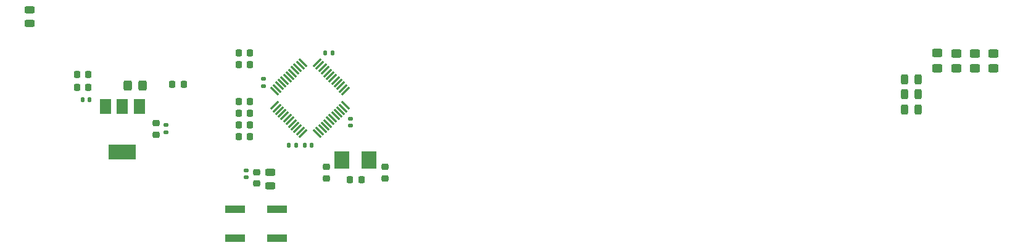
<source format=gbr>
%TF.GenerationSoftware,KiCad,Pcbnew,(6.0.6)*%
%TF.CreationDate,2022-06-30T18:10:47+10:00*%
%TF.ProjectId,modelh,6d6f6465-6c68-42e6-9b69-6361645f7063,v0.1*%
%TF.SameCoordinates,Original*%
%TF.FileFunction,Paste,Top*%
%TF.FilePolarity,Positive*%
%FSLAX46Y46*%
G04 Gerber Fmt 4.6, Leading zero omitted, Abs format (unit mm)*
G04 Created by KiCad (PCBNEW (6.0.6)) date 2022-06-30 18:10:47*
%MOMM*%
%LPD*%
G01*
G04 APERTURE LIST*
G04 Aperture macros list*
%AMRoundRect*
0 Rectangle with rounded corners*
0 $1 Rounding radius*
0 $2 $3 $4 $5 $6 $7 $8 $9 X,Y pos of 4 corners*
0 Add a 4 corners polygon primitive as box body*
4,1,4,$2,$3,$4,$5,$6,$7,$8,$9,$2,$3,0*
0 Add four circle primitives for the rounded corners*
1,1,$1+$1,$2,$3*
1,1,$1+$1,$4,$5*
1,1,$1+$1,$6,$7*
1,1,$1+$1,$8,$9*
0 Add four rect primitives between the rounded corners*
20,1,$1+$1,$2,$3,$4,$5,0*
20,1,$1+$1,$4,$5,$6,$7,0*
20,1,$1+$1,$6,$7,$8,$9,0*
20,1,$1+$1,$8,$9,$2,$3,0*%
G04 Aperture macros list end*
%ADD10RoundRect,0.075000X0.521491X0.415425X0.415425X0.521491X-0.521491X-0.415425X-0.415425X-0.521491X0*%
%ADD11RoundRect,0.075000X0.521491X-0.415425X-0.415425X0.521491X-0.521491X0.415425X0.415425X-0.521491X0*%
%ADD12RoundRect,0.147500X-0.172500X0.147500X-0.172500X-0.147500X0.172500X-0.147500X0.172500X0.147500X0*%
%ADD13RoundRect,0.218750X0.218750X0.256250X-0.218750X0.256250X-0.218750X-0.256250X0.218750X-0.256250X0*%
%ADD14RoundRect,0.147500X0.147500X0.172500X-0.147500X0.172500X-0.147500X-0.172500X0.147500X-0.172500X0*%
%ADD15RoundRect,0.250000X-0.325000X-0.450000X0.325000X-0.450000X0.325000X0.450000X-0.325000X0.450000X0*%
%ADD16RoundRect,0.243750X0.243750X0.456250X-0.243750X0.456250X-0.243750X-0.456250X0.243750X-0.456250X0*%
%ADD17RoundRect,0.250000X-0.450000X0.325000X-0.450000X-0.325000X0.450000X-0.325000X0.450000X0.325000X0*%
%ADD18RoundRect,0.218750X-0.256250X0.218750X-0.256250X-0.218750X0.256250X-0.218750X0.256250X0.218750X0*%
%ADD19RoundRect,0.243750X0.456250X-0.243750X0.456250X0.243750X-0.456250X0.243750X-0.456250X-0.243750X0*%
%ADD20RoundRect,0.147500X-0.147500X-0.172500X0.147500X-0.172500X0.147500X0.172500X-0.147500X0.172500X0*%
%ADD21RoundRect,0.147500X0.172500X-0.147500X0.172500X0.147500X-0.172500X0.147500X-0.172500X-0.147500X0*%
%ADD22RoundRect,0.218750X-0.218750X-0.256250X0.218750X-0.256250X0.218750X0.256250X-0.218750X0.256250X0*%
%ADD23R,2.750000X1.000000*%
%ADD24R,2.000000X2.400000*%
%ADD25R,1.500000X2.000000*%
%ADD26R,3.800000X2.000000*%
%ADD27RoundRect,0.218750X0.256250X-0.218750X0.256250X0.218750X-0.256250X0.218750X-0.256250X-0.218750X0*%
%ADD28RoundRect,0.243750X-0.456250X0.243750X-0.456250X-0.243750X0.456250X-0.243750X0.456250X0.243750X0*%
G04 APERTURE END LIST*
D10*
%TO.C,U1*%
X107271212Y-67877876D03*
X106917658Y-67524322D03*
X106564105Y-67170769D03*
X106210551Y-66817215D03*
X105856998Y-66463662D03*
X105503445Y-66110109D03*
X105149891Y-65756555D03*
X104796338Y-65403002D03*
X104442785Y-65049449D03*
X104089231Y-64695895D03*
X103735678Y-64342342D03*
X103382124Y-63988788D03*
D11*
X103382124Y-61991212D03*
X103735678Y-61637658D03*
X104089231Y-61284105D03*
X104442785Y-60930551D03*
X104796338Y-60576998D03*
X105149891Y-60223445D03*
X105503445Y-59869891D03*
X105856998Y-59516338D03*
X106210551Y-59162785D03*
X106564105Y-58809231D03*
X106917658Y-58455678D03*
X107271212Y-58102124D03*
D10*
X109268788Y-58102124D03*
X109622342Y-58455678D03*
X109975895Y-58809231D03*
X110329449Y-59162785D03*
X110683002Y-59516338D03*
X111036555Y-59869891D03*
X111390109Y-60223445D03*
X111743662Y-60576998D03*
X112097215Y-60930551D03*
X112450769Y-61284105D03*
X112804322Y-61637658D03*
X113157876Y-61991212D03*
D11*
X113157876Y-63988788D03*
X112804322Y-64342342D03*
X112450769Y-64695895D03*
X112097215Y-65049449D03*
X111743662Y-65403002D03*
X111390109Y-65756555D03*
X111036555Y-66110109D03*
X110683002Y-66463662D03*
X110329449Y-66817215D03*
X109975895Y-67170769D03*
X109622342Y-67524322D03*
X109268788Y-67877876D03*
%TD*%
D12*
%TO.C,C9*%
X99470000Y-73875000D03*
X99470000Y-72905000D03*
%TD*%
D13*
%TO.C,R18*%
X98482500Y-63440000D03*
X100057500Y-63440000D03*
%TD*%
%TO.C,R17*%
X98482500Y-68240000D03*
X100057500Y-68240000D03*
%TD*%
D14*
%TO.C,C14*%
X105385000Y-69440000D03*
X106355000Y-69440000D03*
%TD*%
D15*
%TO.C,R16*%
X85295000Y-61240000D03*
X83245000Y-61240000D03*
%TD*%
D16*
%TO.C,R9*%
X189862500Y-64540000D03*
X191737500Y-64540000D03*
%TD*%
%TO.C,R8*%
X189862500Y-62470000D03*
X191737500Y-62470000D03*
%TD*%
%TO.C,R7*%
X189862500Y-60440000D03*
X191737500Y-60440000D03*
%TD*%
D17*
%TO.C,R15*%
X202070000Y-58865000D03*
X202070000Y-56815000D03*
%TD*%
%TO.C,R14*%
X199470000Y-58865000D03*
X199470000Y-56815000D03*
%TD*%
%TO.C,R13*%
X196970000Y-58865000D03*
X196970000Y-56815000D03*
%TD*%
%TO.C,R12*%
X194370000Y-58840000D03*
X194370000Y-56790000D03*
%TD*%
D18*
%TO.C,R2*%
X100970000Y-74727500D03*
X100970000Y-73152500D03*
%TD*%
D19*
%TO.C,LED2*%
X102770000Y-73202500D03*
X102770000Y-75077500D03*
%TD*%
D13*
%TO.C,R11*%
X89382500Y-61040000D03*
X90957500Y-61040000D03*
%TD*%
D20*
%TO.C,C13*%
X111355000Y-56740000D03*
X110385000Y-56740000D03*
%TD*%
D14*
%TO.C,C12*%
X107535000Y-69440000D03*
X108505000Y-69440000D03*
%TD*%
D12*
%TO.C,C11*%
X113800000Y-66785000D03*
X113800000Y-65815000D03*
%TD*%
D21*
%TO.C,C10*%
X101870000Y-60355000D03*
X101870000Y-61325000D03*
%TD*%
%TO.C,C4*%
X88470000Y-66705000D03*
X88470000Y-67675000D03*
%TD*%
D14*
%TO.C,C2*%
X77070000Y-63240000D03*
X78040000Y-63240000D03*
%TD*%
D13*
%TO.C,R10*%
X98482500Y-65040000D03*
X100057500Y-65040000D03*
%TD*%
D22*
%TO.C,R5*%
X100057500Y-66640000D03*
X98482500Y-66640000D03*
%TD*%
%TO.C,R3*%
X100057500Y-58340000D03*
X98482500Y-58340000D03*
%TD*%
D18*
%TO.C,C6*%
X110520000Y-74027500D03*
X110520000Y-72452500D03*
%TD*%
%TO.C,C5*%
X118520000Y-74027500D03*
X118520000Y-72452500D03*
%TD*%
D22*
%TO.C,R1*%
X77857500Y-59740000D03*
X76282500Y-59740000D03*
%TD*%
D23*
%TO.C,SW1*%
X97990000Y-78290000D03*
X103750000Y-78290000D03*
X103750000Y-82290000D03*
X97990000Y-82290000D03*
%TD*%
D22*
%TO.C,R4*%
X100057500Y-56740000D03*
X98482500Y-56740000D03*
%TD*%
D24*
%TO.C,Y1*%
X112670000Y-71490000D03*
X116370000Y-71490000D03*
%TD*%
D25*
%TO.C,U2*%
X84820000Y-64090000D03*
X80220000Y-64090000D03*
X82520000Y-64090000D03*
D26*
X82520000Y-70390000D03*
%TD*%
D13*
%TO.C,R6*%
X113732500Y-74240000D03*
X115307500Y-74240000D03*
%TD*%
D27*
%TO.C,C3*%
X87170000Y-66452500D03*
X87170000Y-68027500D03*
%TD*%
D13*
%TO.C,C1*%
X76295000Y-61540000D03*
X77870000Y-61540000D03*
%TD*%
D28*
%TO.C,LED1*%
X69770000Y-52677500D03*
X69770000Y-50802500D03*
%TD*%
M02*

</source>
